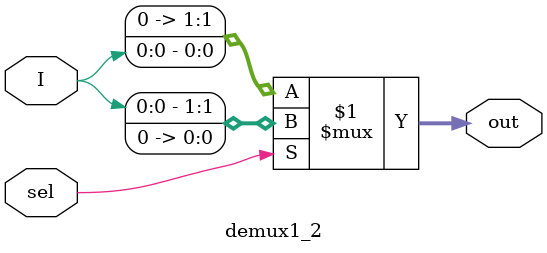
<source format=v>
module demux1_2(
    input I, sel,
    output [1:0] out
);

    assign out = (sel) ? {I, 1'b0} : {1'b0, I};

endmodule
</source>
